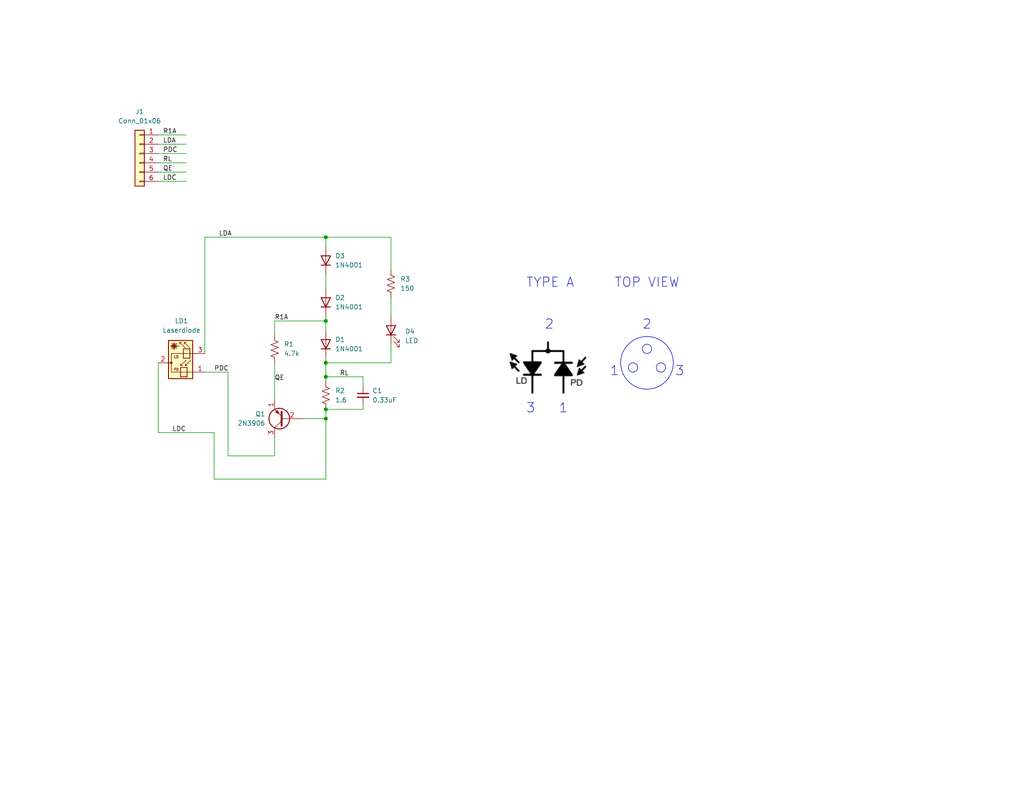
<source format=kicad_sch>
(kicad_sch (version 20230121) (generator eeschema)
  (paper "USLetter")
  (lib_symbols
    (symbol "Connector_Generic:Conn_01x06" (pin_names (offset 1.016) hide)
      (property "Reference" "J" (at 0 7.62 0))
      (property "Value" "Conn_01x06" (at 0 -10.16 0))
      (symbol "Conn_01x06_1_1"
        (rectangle (start -1.27 -7.493) (end 0 -7.747) (stroke (width 0.1524)))
        (rectangle (start -1.27 -4.953) (end 0 -5.207) (stroke (width 0.1524)))
        (rectangle (start -1.27 -2.413) (end 0 -2.667) (stroke (width 0.1524)))
        (rectangle (start -1.27 0.127) (end 0 -0.127) (stroke (width 0.1524)))
        (rectangle (start -1.27 2.667) (end 0 2.413) (stroke (width 0.1524)))
        (rectangle (start -1.27 5.207) (end 0 4.953) (stroke (width 0.1524)))
        (rectangle (start -1.27 6.35) (end 1.27 -8.89) (stroke (width 0.254)) (fill (type background)))
        (pin passive line (at -5.08 5.08 0) (length 3.81) (name "Pin_1") (number "1"))
        (pin passive line (at -5.08 2.54 0) (length 3.81) (name "Pin_2") (number "2"))
        (pin passive line (at -5.08 0 0) (length 3.81) (name "Pin_3") (number "3"))
        (pin passive line (at -5.08 -2.54 0) (length 3.81) (name "Pin_4") (number "4"))
        (pin passive line (at -5.08 -5.08 0) (length 3.81) (name "Pin_5") (number "5"))
        (pin passive line (at -5.08 -7.62 0) (length 3.81) (name "Pin_6") (number "6"))
      )
    )
    (symbol "Device:C_Small" (pin_numbers hide) (pin_names (offset 0.254) hide)
      (property "Reference" "C" (at 0.254 1.778 0))
      (property "Value" "C_Small" (at 0.254 -2.032 0))
      (symbol "C_Small_0_1"
        (polyline (pts (xy -1.524 -0.508) (xy 1.524 -0.508)) (stroke (width 0.3302)))
        (polyline (pts (xy -1.524 0.508) (xy 1.524 0.508)) (stroke (width 0.3048)))
      )
      (symbol "C_Small_1_1"
        (pin passive line (at 0 2.54 270) (length 2.032) (name "~") (number "1"))
        (pin passive line (at 0 -2.54 90) (length 2.032) (name "~") (number "2"))
      )
    )
    (symbol "Device:LED" (pin_numbers hide) (pin_names (offset 1.016) hide)
      (property "Reference" "D" (at 0 2.54 0))
      (property "Value" "LED" (at 0 -2.54 0))
      (symbol "LED_0_1"
        (polyline (pts (xy -1.27 -1.27) (xy -1.27 1.27)) (stroke (width 0.254)))
        (polyline (pts (xy -1.27 0) (xy 1.27 0)))
        (polyline (pts (xy 1.27 -1.27) (xy 1.27 1.27) (xy -1.27 0) (xy 1.27 -1.27)) (stroke (width 0.254)))
        (polyline (pts (xy -3.048 -0.762) (xy -4.572 -2.286) (xy -3.81 -2.286) (xy -4.572 -2.286) (xy -4.572 -1.524)))
        (polyline (pts (xy -1.778 -0.762) (xy -3.302 -2.286) (xy -2.54 -2.286) (xy -3.302 -2.286) (xy -3.302 -1.524)))
      )
      (symbol "LED_1_1"
        (pin passive line (at -3.81 0 0) (length 2.54) (name "K") (number "1"))
        (pin passive line (at 3.81 0 180) (length 2.54) (name "A") (number "2"))
      )
    )
    (symbol "Device:R_US" (pin_numbers hide) (pin_names (offset 0))
      (property "Reference" "R" (at 2.54 0 90))
      (property "Value" "R_US" (at -2.54 0 90))
      (symbol "R_US_0_1"
        (polyline (pts (xy 0 -2.286) (xy 0 -2.54)))
        (polyline (pts (xy 0 2.286) (xy 0 2.54)))
        (polyline (pts (xy 0 -0.762) (xy 1.016 -1.143) (xy 0 -1.524) (xy -1.016 -1.905) (xy 0 -2.286)))
        (polyline (pts (xy 0 0.762) (xy 1.016 0.381) (xy 0 0) (xy -1.016 -0.381) (xy 0 -0.762)))
        (polyline (pts (xy 0 2.286) (xy 1.016 1.905) (xy 0 1.524) (xy -1.016 1.143) (xy 0 0.762)))
      )
      (symbol "R_US_1_1"
        (pin passive line (at 0 3.81 270) (length 1.27) (name "~") (number "1"))
        (pin passive line (at 0 -3.81 90) (length 1.27) (name "~") (number "2"))
      )
    )
    (symbol "Diode:1N4001" (pin_numbers hide) (pin_names hide)
      (property "Reference" "D" (at 0 2.54 0))
      (property "Value" "1N4001" (at 0 -2.54 0))
      (symbol "1N4001_0_1"
        (polyline (pts (xy -1.27 1.27) (xy -1.27 -1.27)) (stroke (width 0.254)))
        (polyline (pts (xy 1.27 0) (xy -1.27 0)))
        (polyline (pts (xy 1.27 1.27) (xy 1.27 -1.27) (xy -1.27 0) (xy 1.27 1.27)) (stroke (width 0.254)))
      )
      (symbol "1N4001_1_1"
        (pin passive line (at -3.81 0 0) (length 2.54) (name "K") (number "1"))
        (pin passive line (at 3.81 0 180) (length 2.54) (name "A") (number "2"))
      )
    )
    (symbol "Transistor_BJT:2N3906" (pin_names (offset 0) hide)
      (property "Reference" "Q" (at 5.08 1.905 0))
      (property "Value" "2N3906" (at 5.08 0 0))
      (symbol "2N3906_0_1"
        (polyline (pts (xy 0.635 0.635) (xy 2.54 2.54)))
        (polyline (pts (xy 0.635 -0.635) (xy 2.54 -2.54) (xy 2.54 -2.54)))
        (polyline (pts (xy 0.635 1.905) (xy 0.635 -1.905) (xy 0.635 -1.905)) (stroke (width 0.508)))
        (polyline (pts (xy 2.286 -1.778) (xy 1.778 -2.286) (xy 1.27 -1.27) (xy 2.286 -1.778) (xy 2.286 -1.778)) (fill (type outline)))
        (circle (center 1.27 0) (radius 2.8194) (stroke (width 0.254)))
      )
      (symbol "2N3906_1_1"
        (pin passive line (at 2.54 -5.08 90) (length 2.54) (name "E") (number "1"))
        (pin input line (at -5.08 0 0) (length 5.715) (name "B") (number "2"))
        (pin passive line (at 2.54 5.08 270) (length 2.54) (name "C") (number "3"))
      )
    )
    (symbol "laserSymbol:Laserdiode" (pin_names (offset 1.016))
      (property "Reference" "LD1" (at 3.81 5.08 0))
      (property "Value" "Laserdiode" (at 3.81 2.54 0))
      (symbol "Laserdiode_1_1"
        (polyline (pts (xy 0 -6.35) (xy 1.016 -6.35)))
        (polyline (pts (xy 1.016 -2.54) (xy 2.54 -1.016)))
        (polyline (pts (xy 1.016 -2.032) (xy 2.54 -1.524)))
        (polyline (pts (xy 1.016 -1.524) (xy 2.54 -2.032)))
        (polyline (pts (xy 1.016 -1.016) (xy 2.54 -2.54)))
        (polyline (pts (xy 1.524 -1.016) (xy 2.032 -2.54)))
        (polyline (pts (xy 1.778 -1.778) (xy 1.778 -2.794)))
        (polyline (pts (xy 1.778 -1.778) (xy 1.778 -0.762)))
        (polyline (pts (xy 1.905 -7.747) (xy 1.905 -8.509)))
        (polyline (pts (xy 2.032 -1.016) (xy 1.524 -2.54)))
        (polyline (pts (xy 2.54 -7.747) (xy 2.54 -8.509)))
        (polyline (pts (xy 2.54 -4.318) (xy 2.54 -5.08)))
        (polyline (pts (xy 3.302 -1.778) (xy 0.762 -1.778)))
        (polyline (pts (xy 3.302 -0.762) (xy 3.81 -0.762)))
        (polyline (pts (xy 3.556 -10.16) (xy 5.334 -10.16)) (stroke (width 0.2032)))
        (polyline (pts (xy 3.556 -7.62) (xy 3.556 -10.16)) (stroke (width 0.2032)))
        (polyline (pts (xy 3.556 -7.62) (xy 5.334 -7.62)) (stroke (width 0.2032)))
        (polyline (pts (xy 3.556 -7.112) (xy 4.064 -7.112)))
        (polyline (pts (xy 4.318 -5.08) (xy 6.096 -5.08)) (stroke (width 0.2032)))
        (polyline (pts (xy 4.318 -2.54) (xy 4.318 -5.08)) (stroke (width 0.2032)))
        (polyline (pts (xy 4.318 -2.54) (xy 6.096 -2.54)) (stroke (width 0.2032)))
        (polyline (pts (xy 5.334 -7.62) (xy 5.334 -10.16)) (stroke (width 0.2032)))
        (polyline (pts (xy 6.096 -2.54) (xy 6.096 -5.08)) (stroke (width 0.2032)))
        (polyline (pts (xy 1.905 -4.318) (xy 1.905 -5.08) (xy 2.286 -5.08)))
        (polyline (pts (xy 4.826 -2.286) (xy 3.302 -0.762) (xy 3.302 -1.27)))
        (polyline (pts (xy 5.08 -5.588) (xy 3.556 -7.112) (xy 3.556 -6.604)))
        (polyline (pts (xy 7.62 -3.81) (xy 1.016 -3.81) (xy 1.016 -8.89) (xy 7.62 -8.89)))
        (polyline (pts (xy 6.096 -2.286) (xy 4.572 -0.762) (xy 4.572 -1.27) (xy 4.572 -0.762) (xy 5.08 -0.762)))
        (polyline (pts (xy 6.35 -5.588) (xy 4.826 -7.112) (xy 4.826 -6.604) (xy 4.826 -7.112) (xy 5.334 -7.112)))
        (rectangle (start 0.254 -0.254) (end 6.858 -10.668) (stroke (width 0.254)) (fill (type background)))
        (circle (center 1.016 -6.35) (radius 0.254) (fill (type outline)))
        (arc (start 2.032 -8.128) (mid 2.2098 -7.9502) (end 2.032 -7.747))
        (arc (start 2.54 -8.509) (mid 2.9194 -8.128) (end 2.54 -7.747))
        (arc (start 2.54 -5.08) (mid 2.9194 -4.699) (end 2.54 -4.318))
        (pin passive line (at 10.16 -8.89 180) (length 2.54) (name "~") (number "1"))
        (pin passive line (at -2.54 -6.35 0) (length 2.54) (name "~") (number "2"))
        (pin passive line (at 10.16 -3.81 180) (length 2.54) (name "~") (number "3"))
      )
    )
  )
  (junction (at 88.9 114.3))
  (junction (at 88.9 99.06))
  (junction (at 88.9 102.87))
  (junction (at 88.9 111.76))
  (junction (at 88.9 87.63))
  (junction (at 88.9 64.77))
  (wire (pts (xy 62.23 101.6) (xy 55.88 101.6)))
  (wire (pts (xy 106.68 64.77) (xy 106.68 73.66)))
  (wire (pts (xy 88.9 99.06) (xy 88.9 102.87)))
  (wire (pts (xy 88.9 74.93) (xy 88.9 78.74)))
  (wire (pts (xy 88.9 111.76) (xy 88.9 114.3)))
  (wire (pts (xy 55.88 64.77) (xy 88.9 64.77)))
  (wire (pts (xy 88.9 97.79) (xy 88.9 99.06)))
  (wire (pts (xy 88.9 64.77) (xy 106.68 64.77)))
  (wire (pts (xy 43.18 41.91) (xy 50.8 41.91)))
  (wire (pts (xy 43.18 49.53) (xy 50.8 49.53)))
  (wire (pts (xy 58.42 130.81) (xy 88.9 130.81)))
  (wire (pts (xy 88.9 87.63) (xy 88.9 90.17)))
  (wire (pts (xy 43.18 46.99) (xy 50.8 46.99)))
  (wire (pts (xy 62.23 124.46) (xy 62.23 101.6)))
  (wire (pts (xy 43.18 118.11) (xy 58.42 118.11)))
  (wire (pts (xy 43.18 36.83) (xy 50.8 36.83)))
  (wire (pts (xy 88.9 114.3) (xy 82.55 114.3)))
  (wire (pts (xy 74.93 119.38) (xy 74.93 124.46)))
  (wire (pts (xy 88.9 67.31) (xy 88.9 64.77)))
  (wire (pts (xy 58.42 118.11) (xy 58.42 130.81)))
  (wire (pts (xy 74.93 91.44) (xy 74.93 87.63)))
  (wire (pts (xy 99.06 105.41) (xy 99.06 102.87)))
  (wire (pts (xy 74.93 99.06) (xy 74.93 109.22)))
  (wire (pts (xy 62.23 124.46) (xy 74.93 124.46)))
  (wire (pts (xy 43.18 44.45) (xy 50.8 44.45)))
  (wire (pts (xy 106.68 99.06) (xy 106.68 93.98)))
  (wire (pts (xy 43.18 118.11) (xy 43.18 99.06)))
  (wire (pts (xy 88.9 102.87) (xy 88.9 104.14)))
  (wire (pts (xy 43.18 39.37) (xy 50.8 39.37)))
  (wire (pts (xy 106.68 81.28) (xy 106.68 86.36)))
  (wire (pts (xy 88.9 114.3) (xy 88.9 130.81)))
  (wire (pts (xy 88.9 99.06) (xy 106.68 99.06)))
  (wire (pts (xy 99.06 102.87) (xy 88.9 102.87)))
  (wire (pts (xy 74.93 87.63) (xy 88.9 87.63)))
  (wire (pts (xy 99.06 111.76) (xy 88.9 111.76)))
  (wire (pts (xy 55.88 96.52) (xy 55.88 64.77)))
  (wire (pts (xy 99.06 110.49) (xy 99.06 111.76)))
  (wire (pts (xy 88.9 87.63) (xy 88.9 86.36)))
  (circle (center 176.53 99.06) (radius 7.1842))
  (circle (center 176.53 95.25) (radius 1.27))
  (circle (center 172.72 100.33) (radius 1.27))
  (circle (center 180.34 100.33) (radius 1.27))
  (image (at 149.86 100.33) (scale 2.09694))
  (text "2" (at 175.26 90.17 0) (effects (font (size 2.54 2.54)) (justify left bottom)))
  (text "1" (at 166.37 102.87 0) (effects (font (size 2.54 2.54)) (justify left bottom)))
  (text "2" (at 148.59 90.17 0) (effects (font (size 2.54 2.54)) (justify left bottom)))
  (text "3" (at 143.51 113.03 0) (effects (font (size 2.54 2.54)) (justify left bottom)))
  (text "3" (at 184.15 102.87 0) (effects (font (size 2.54 2.54)) (justify left bottom)))
  (text "1" (at 152.4 113.03 0) (effects (font (size 2.54 2.54)) (justify left bottom)))
  (text "TOP VIEW" (at 167.64 78.74 0) (effects (font (size 2.54 2.54)) (justify left bottom)))
  (text "TYPE A" (at 143.51 78.74 0) (effects (font (size 2.54 2.54)) (justify left bottom)))
  (label "PDC" (at 44.45 41.91 0))
  (label "RL" (at 44.45 44.45 0))
  (label "PDC" (at 58.42 101.6 0))
  (label "QE" (at 74.93 104.14 0))
  (label "LDA" (at 59.69 64.77 0))
  (label "RL" (at 92.71 102.87 0))
  (label "R1A" (at 74.93 87.63 0))
  (label "R1A" (at 44.45 36.83 0))
  (label "LDC" (at 46.99 118.11 0))
  (label "LDA" (at 44.45 39.37 0))
  (label "QE" (at 44.45 46.99 0))
  (label "LDC" (at 44.45 49.53 0))
  (symbol (lib_id "Device:R_US") (at 88.9 107.95 0) (unit 1)
    (property "Reference" "R2" (at 91.44 106.68 0) (effects (justify left)))
    (property "Value" "1.6" (at 91.44 109.22 0) (effects (justify left)))
    (property "Footprint" "Resistor_THT:R_Axial_DIN0207_L6.3mm_D2.5mm_P2.54mm_Vertical" (effects hide))
  )
  (symbol (lib_id "Diode:1N4001") (at 88.9 71.12 90) (unit 1)
    (property "Reference" "D3" (at 91.44 69.85 90) (effects (justify right)))
    (property "Value" "1N4001" (at 91.44 72.39 90) (effects (justify right)))
    (property "Footprint" "Diode_THT:D_DO-41_SOD81_P2.54mm_Vertical_KathodeUp" (effects hide))
    (property "Datasheet" "http://www.vishay.com/docs/88503/1n4001.pdf" (effects hide))
    (property "Sim.Device" "D" (effects hide))
    (property "Sim.Pins" "1=K 2=A" (effects hide))
  )
  (symbol (lib_id "Device:LED") (at 106.68 90.17 90) (unit 1)
    (property "Reference" "D4" (at 110.49 90.4875 90) (effects (justify right)))
    (property "Value" "LED" (at 110.49 93.0275 90) (effects (justify right)))
    (property "Footprint" "LED_THT:LED_D3.0mm" (effects hide))
  )
  (symbol (lib_id "Diode:1N4001") (at 88.9 82.55 90) (unit 1)
    (property "Reference" "D2" (at 91.44 81.28 90) (effects (justify right)))
    (property "Value" "1N4001" (at 91.44 83.82 90) (effects (justify right)))
    (property "Footprint" "Diode_THT:D_DO-41_SOD81_P2.54mm_Vertical_KathodeUp" (effects hide))
    (property "Datasheet" "http://www.vishay.com/docs/88503/1n4001.pdf" (effects hide))
    (property "Sim.Device" "D" (effects hide))
    (property "Sim.Pins" "1=K 2=A" (effects hide))
  )
  (symbol (lib_id "laserSymbol:Laserdiode") (at 45.72 92.71 0) (unit 1)
    (property "Reference" "LD1" (at 49.53 87.63 0))
    (property "Value" "Laserdiode" (at 49.53 90.17 0))
    (property "Footprint" "laserFootprint:laserDiode" (effects hide))
  )
  (symbol (lib_id "Connector_Generic:Conn_01x06") (at 38.1 41.91 0) (mirror y) (unit 1)
    (property "Reference" "J1" (at 38.1 30.48 0))
    (property "Value" "Conn_01x06" (at 38.1 33.02 0))
    (property "Footprint" "Connector_PinHeader_2.54mm:PinHeader_1x06_P2.54mm_Vertical" (effects hide))
  )
  (symbol (lib_id "Diode:1N4001") (at 88.9 93.98 90) (unit 1)
    (property "Reference" "D1" (at 91.44 92.71 90) (effects (justify right)))
    (property "Value" "1N4001" (at 91.44 95.25 90) (effects (justify right)))
    (property "Footprint" "Diode_THT:D_DO-41_SOD81_P2.54mm_Vertical_KathodeUp" (effects hide))
    (property "Datasheet" "http://www.vishay.com/docs/88503/1n4001.pdf" (effects hide))
    (property "Sim.Device" "D" (effects hide))
    (property "Sim.Pins" "1=K 2=A" (effects hide))
  )
  (symbol (lib_id "Device:R_US") (at 106.68 77.47 0) (unit 1)
    (property "Reference" "R3" (at 109.22 76.2 0) (effects (justify left)))
    (property "Value" "150" (at 109.22 78.74 0) (effects (justify left)))
    (property "Footprint" "Resistor_THT:R_Axial_DIN0207_L6.3mm_D2.5mm_P2.54mm_Vertical" (effects hide))
  )
  (symbol (lib_id "Device:R_US") (at 74.93 95.25 0) (unit 1)
    (property "Reference" "R1" (at 77.47 93.98 0) (effects (justify left)))
    (property "Value" "4.7k" (at 77.47 96.52 0) (effects (justify left)))
    (property "Footprint" "Resistor_THT:R_Axial_DIN0207_L6.3mm_D2.5mm_P2.54mm_Vertical" (effects hide))
  )
  (symbol (lib_id "Transistor_BJT:2N3906") (at 77.47 114.3 180) (unit 1)
    (property "Reference" "Q1" (at 72.39 113.03 0) (effects (justify left)))
    (property "Value" "2N3906" (at 72.39 115.57 0) (effects (justify left)))
    (property "Footprint" "Package_TO_SOT_THT:TO-92_Inline_Wide" (effects hide))
    (property "Datasheet" "https://www.onsemi.com/pub/Collateral/2N3906-D.PDF" (effects hide))
  )
  (symbol (lib_id "Device:C_Small") (at 99.06 107.95 0) (unit 1)
    (property "Reference" "C1" (at 101.6 106.6863 0) (effects (justify left)))
    (property "Value" "0.33uF" (at 101.6 109.2263 0) (effects (justify left)))
    (property "Footprint" "Capacitor_THT:C_Disc_D3.0mm_W1.6mm_P2.50mm" (effects hide))
  )
)
</source>
